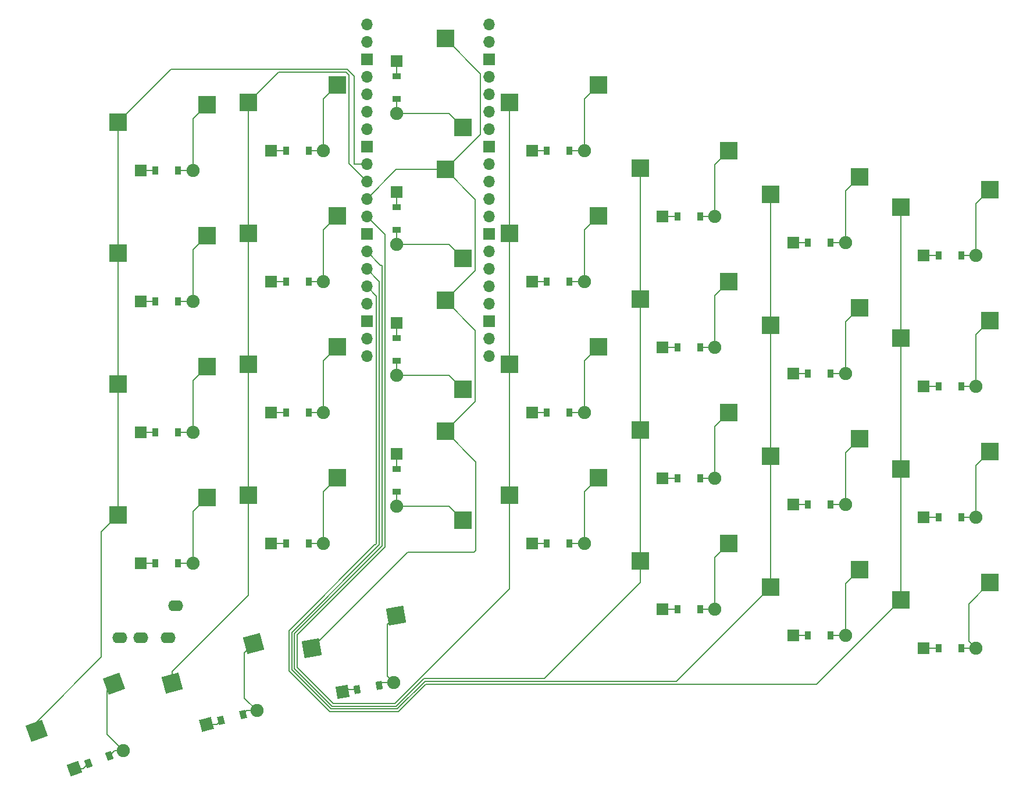
<source format=gbr>
%TF.GenerationSoftware,KiCad,Pcbnew,9.0.3-1.fc42*%
%TF.CreationDate,2025-08-21T15:19:56+02:00*%
%TF.ProjectId,right,72696768-742e-46b6-9963-61645f706362,v1.0.0*%
%TF.SameCoordinates,Original*%
%TF.FileFunction,Copper,L2,Bot*%
%TF.FilePolarity,Positive*%
%FSLAX46Y46*%
G04 Gerber Fmt 4.6, Leading zero omitted, Abs format (unit mm)*
G04 Created by KiCad (PCBNEW 9.0.3-1.fc42) date 2025-08-21 15:19:56*
%MOMM*%
%LPD*%
G01*
G04 APERTURE LIST*
G04 Aperture macros list*
%AMRotRect*
0 Rectangle, with rotation*
0 The origin of the aperture is its center*
0 $1 length*
0 $2 width*
0 $3 Rotation angle, in degrees counterclockwise*
0 Add horizontal line*
21,1,$1,$2,0,0,$3*%
G04 Aperture macros list end*
%TA.AperFunction,ComponentPad*%
%ADD10R,1.778000X1.778000*%
%TD*%
%TA.AperFunction,SMDPad,CuDef*%
%ADD11R,0.900000X1.200000*%
%TD*%
%TA.AperFunction,ComponentPad*%
%ADD12C,1.905000*%
%TD*%
%TA.AperFunction,SMDPad,CuDef*%
%ADD13R,2.500000X2.550000*%
%TD*%
%TA.AperFunction,ComponentPad*%
%ADD14RotRect,1.778000X1.778000X10.000000*%
%TD*%
%TA.AperFunction,SMDPad,CuDef*%
%ADD15RotRect,0.900000X1.200000X10.000000*%
%TD*%
%TA.AperFunction,SMDPad,CuDef*%
%ADD16R,2.550000X2.500000*%
%TD*%
%TA.AperFunction,SMDPad,CuDef*%
%ADD17RotRect,2.550000X2.500000X10.000000*%
%TD*%
%TA.AperFunction,ComponentPad*%
%ADD18RotRect,1.778000X1.778000X15.000000*%
%TD*%
%TA.AperFunction,SMDPad,CuDef*%
%ADD19RotRect,0.900000X1.200000X15.000000*%
%TD*%
%TA.AperFunction,SMDPad,CuDef*%
%ADD20R,1.200000X0.900000*%
%TD*%
%TA.AperFunction,SMDPad,CuDef*%
%ADD21RotRect,2.550000X2.500000X20.000000*%
%TD*%
%TA.AperFunction,SMDPad,CuDef*%
%ADD22RotRect,2.550000X2.500000X15.000000*%
%TD*%
%TA.AperFunction,ComponentPad*%
%ADD23RotRect,1.778000X1.778000X20.000000*%
%TD*%
%TA.AperFunction,SMDPad,CuDef*%
%ADD24RotRect,0.900000X1.200000X20.000000*%
%TD*%
%TA.AperFunction,ComponentPad*%
%ADD25O,1.700000X1.700000*%
%TD*%
%TA.AperFunction,ComponentPad*%
%ADD26R,1.700000X1.700000*%
%TD*%
%TA.AperFunction,ComponentPad*%
%ADD27O,2.200000X1.600000*%
%TD*%
%TA.AperFunction,Conductor*%
%ADD28C,0.200000*%
%TD*%
G04 APERTURE END LIST*
D10*
%TO.P,D17,1*%
%TO.N,GP17*%
X277190000Y-189260000D03*
D11*
X279350000Y-189260000D03*
%TO.P,D17,2*%
%TO.N,mirror_index_bottom*%
X282650000Y-189260000D03*
D12*
X284810000Y-189260000D03*
%TD*%
D13*
%TO.P,S28,1*%
%TO.N,GP8*%
X302540000Y-172912500D03*
%TO.P,S28,2*%
%TO.N,mirror_middle_bottom*%
X305080000Y-185839500D03*
%TD*%
D14*
%TO.P,D25,1*%
%TO.N,GP16*%
X287554297Y-210808235D03*
D15*
X289681484Y-210433154D03*
%TO.P,D25,2*%
%TO.N,mirror_tuck_only*%
X292931350Y-209860116D03*
D12*
X295058537Y-209485035D03*
%TD*%
D16*
%TO.P,S9,1*%
%TO.N,GP10*%
X330915000Y-191745000D03*
%TO.P,S9,2*%
%TO.N,mirror_pinky_bottom*%
X343842000Y-189205000D03*
%TD*%
D17*
%TO.P,S25,1*%
%TO.N,GP8*%
X283106571Y-204443886D03*
%TO.P,S25,2*%
%TO.N,mirror_tuck_only*%
X295396114Y-199697724D03*
%TD*%
D18*
%TO.P,D26,1*%
%TO.N,GP16*%
X267806266Y-215526719D03*
D19*
X269892665Y-214967667D03*
%TO.P,D26,2*%
%TO.N,mirror_center_only*%
X273080221Y-214113567D03*
D12*
X275166620Y-213554515D03*
%TD*%
D10*
%TO.P,D24,1*%
%TO.N,GP20*%
X258190000Y-134967500D03*
D11*
X260350000Y-134967500D03*
%TO.P,D24,2*%
%TO.N,mirror_inner_num*%
X263650000Y-134967500D03*
D12*
X265810000Y-134967500D03*
%TD*%
D10*
%TO.P,D9,1*%
%TO.N,GP17*%
X334190000Y-198785000D03*
D11*
X336350000Y-198785000D03*
%TO.P,D9,2*%
%TO.N,mirror_pinky_bottom*%
X339650000Y-198785000D03*
D12*
X341810000Y-198785000D03*
%TD*%
D10*
%TO.P,D11,1*%
%TO.N,GP19*%
X334190000Y-160685000D03*
D11*
X336350000Y-160685000D03*
%TO.P,D11,2*%
%TO.N,mirror_pinky_top*%
X339650000Y-160685000D03*
D12*
X341810000Y-160685000D03*
%TD*%
D10*
%TO.P,D2,1*%
%TO.N,GP18*%
X372190000Y-185450000D03*
D11*
X374350000Y-185450000D03*
%TO.P,D2,2*%
%TO.N,mirror_reachy_home*%
X377650000Y-185450000D03*
D12*
X379810000Y-185450000D03*
%TD*%
D10*
%TO.P,D23,1*%
%TO.N,GP19*%
X258190000Y-154017500D03*
D11*
X260350000Y-154017500D03*
%TO.P,D23,2*%
%TO.N,mirror_inner_top*%
X263650000Y-154017500D03*
D12*
X265810000Y-154017500D03*
%TD*%
D16*
%TO.P,S15,1*%
%TO.N,GP9*%
X311915000Y-144120000D03*
%TO.P,S15,2*%
%TO.N,mirror_ring_top*%
X324842000Y-141580000D03*
%TD*%
%TO.P,S7,1*%
%TO.N,GP11*%
X349915000Y-157455000D03*
%TO.P,S7,2*%
%TO.N,mirror_outer_top*%
X362842000Y-154915000D03*
%TD*%
D10*
%TO.P,D28,1*%
%TO.N,GP17*%
X295500000Y-176187500D03*
D20*
X295500000Y-178347500D03*
%TO.P,D28,2*%
%TO.N,mirror_middle_bottom*%
X295500000Y-181647500D03*
D12*
X295500000Y-183807500D03*
%TD*%
D10*
%TO.P,D6,1*%
%TO.N,GP18*%
X353190000Y-183545000D03*
D11*
X355350000Y-183545000D03*
%TO.P,D6,2*%
%TO.N,mirror_outer_home*%
X358650000Y-183545000D03*
D12*
X360810000Y-183545000D03*
%TD*%
D16*
%TO.P,S24,1*%
%TO.N,GP6*%
X254915000Y-127927500D03*
%TO.P,S24,2*%
%TO.N,mirror_inner_num*%
X267842000Y-125387500D03*
%TD*%
%TO.P,S16,1*%
%TO.N,GP9*%
X311915000Y-125070000D03*
%TO.P,S16,2*%
%TO.N,mirror_ring_num*%
X324842000Y-122530000D03*
%TD*%
%TO.P,S23,1*%
%TO.N,GP6*%
X254915000Y-146977500D03*
%TO.P,S23,2*%
%TO.N,mirror_inner_top*%
X267842000Y-144437500D03*
%TD*%
D10*
%TO.P,D30,1*%
%TO.N,GP19*%
X295500000Y-138087500D03*
D20*
X295500000Y-140247500D03*
%TO.P,D30,2*%
%TO.N,mirror_middle_top*%
X295500000Y-143547500D03*
D12*
X295500000Y-145707500D03*
%TD*%
D16*
%TO.P,S2,1*%
%TO.N,GP12*%
X368915000Y-178410000D03*
%TO.P,S2,2*%
%TO.N,mirror_reachy_home*%
X381842000Y-175870000D03*
%TD*%
D10*
%TO.P,D8,1*%
%TO.N,GP20*%
X353190000Y-145445000D03*
D11*
X355350000Y-145445000D03*
%TO.P,D8,2*%
%TO.N,mirror_outer_num*%
X358650000Y-145445000D03*
D12*
X360810000Y-145445000D03*
%TD*%
D16*
%TO.P,S14,1*%
%TO.N,GP9*%
X311915000Y-163170000D03*
%TO.P,S14,2*%
%TO.N,mirror_ring_home*%
X324842000Y-160630000D03*
%TD*%
D10*
%TO.P,D3,1*%
%TO.N,GP19*%
X372190000Y-166400000D03*
D11*
X374350000Y-166400000D03*
%TO.P,D3,2*%
%TO.N,mirror_reachy_top*%
X377650000Y-166400000D03*
D12*
X379810000Y-166400000D03*
%TD*%
D16*
%TO.P,S1,1*%
%TO.N,GP12*%
X368915000Y-197460000D03*
%TO.P,S1,2*%
%TO.N,mirror_reachy_bottom*%
X381842000Y-194920000D03*
%TD*%
D10*
%TO.P,D22,1*%
%TO.N,GP18*%
X258190000Y-173067500D03*
D11*
X260350000Y-173067500D03*
%TO.P,D22,2*%
%TO.N,mirror_inner_home*%
X263650000Y-173067500D03*
D12*
X265810000Y-173067500D03*
%TD*%
D10*
%TO.P,D31,1*%
%TO.N,GP20*%
X295500000Y-119037500D03*
D20*
X295500000Y-121197500D03*
%TO.P,D31,2*%
%TO.N,mirror_middle_num*%
X295500000Y-124497500D03*
D12*
X295500000Y-126657500D03*
%TD*%
D10*
%TO.P,D20,1*%
%TO.N,GP20*%
X277190000Y-132110000D03*
D11*
X279350000Y-132110000D03*
%TO.P,D20,2*%
%TO.N,mirror_index_num*%
X282650000Y-132110000D03*
D12*
X284810000Y-132110000D03*
%TD*%
D16*
%TO.P,S18,1*%
%TO.N,GP7*%
X273915000Y-163170000D03*
%TO.P,S18,2*%
%TO.N,mirror_index_home*%
X286842000Y-160630000D03*
%TD*%
%TO.P,S13,1*%
%TO.N,GP9*%
X311915000Y-182220000D03*
%TO.P,S13,2*%
%TO.N,mirror_ring_bottom*%
X324842000Y-179680000D03*
%TD*%
%TO.P,S5,1*%
%TO.N,GP11*%
X349915000Y-195555000D03*
%TO.P,S5,2*%
%TO.N,mirror_outer_bottom*%
X362842000Y-193015000D03*
%TD*%
D10*
%TO.P,D10,1*%
%TO.N,GP18*%
X334190000Y-179735000D03*
D11*
X336350000Y-179735000D03*
%TO.P,D10,2*%
%TO.N,mirror_pinky_home*%
X339650000Y-179735000D03*
D12*
X341810000Y-179735000D03*
%TD*%
D16*
%TO.P,S20,1*%
%TO.N,GP7*%
X273915000Y-125070000D03*
%TO.P,S20,2*%
%TO.N,mirror_index_num*%
X286842000Y-122530000D03*
%TD*%
D13*
%TO.P,S31,1*%
%TO.N,GP8*%
X302540000Y-115762500D03*
%TO.P,S31,2*%
%TO.N,mirror_middle_num*%
X305080000Y-128689500D03*
%TD*%
D10*
%TO.P,D29,1*%
%TO.N,GP18*%
X295500000Y-157137500D03*
D20*
X295500000Y-159297500D03*
%TO.P,D29,2*%
%TO.N,mirror_middle_home*%
X295500000Y-162597500D03*
D12*
X295500000Y-164757500D03*
%TD*%
D21*
%TO.P,S27,1*%
%TO.N,GP6*%
X243059309Y-216453080D03*
%TO.P,S27,2*%
%TO.N,mirror_reach_only*%
X254337983Y-209644967D03*
%TD*%
D10*
%TO.P,D13,1*%
%TO.N,GP17*%
X315190000Y-189260000D03*
D11*
X317350000Y-189260000D03*
%TO.P,D13,2*%
%TO.N,mirror_ring_bottom*%
X320650000Y-189260000D03*
D12*
X322810000Y-189260000D03*
%TD*%
D16*
%TO.P,S3,1*%
%TO.N,GP12*%
X368915000Y-159360000D03*
%TO.P,S3,2*%
%TO.N,mirror_reachy_top*%
X381842000Y-156820000D03*
%TD*%
%TO.P,S11,1*%
%TO.N,GP10*%
X330915000Y-153645000D03*
%TO.P,S11,2*%
%TO.N,mirror_pinky_top*%
X343842000Y-151105000D03*
%TD*%
%TO.P,S10,1*%
%TO.N,GP10*%
X330915000Y-172695000D03*
%TO.P,S10,2*%
%TO.N,mirror_pinky_home*%
X343842000Y-170155000D03*
%TD*%
D10*
%TO.P,D18,1*%
%TO.N,GP18*%
X277190000Y-170210000D03*
D11*
X279350000Y-170210000D03*
%TO.P,D18,2*%
%TO.N,mirror_index_home*%
X282650000Y-170210000D03*
D12*
X284810000Y-170210000D03*
%TD*%
D16*
%TO.P,S21,1*%
%TO.N,GP6*%
X254915000Y-185077500D03*
%TO.P,S21,2*%
%TO.N,mirror_inner_bottom*%
X267842000Y-182537500D03*
%TD*%
D13*
%TO.P,S30,1*%
%TO.N,GP8*%
X302540000Y-134812500D03*
%TO.P,S30,2*%
%TO.N,mirror_middle_top*%
X305080000Y-147739500D03*
%TD*%
D16*
%TO.P,S22,1*%
%TO.N,GP6*%
X254915000Y-166027500D03*
%TO.P,S22,2*%
%TO.N,mirror_inner_home*%
X267842000Y-163487500D03*
%TD*%
D10*
%TO.P,D12,1*%
%TO.N,GP20*%
X334190000Y-141635000D03*
D11*
X336350000Y-141635000D03*
%TO.P,D12,2*%
%TO.N,mirror_pinky_num*%
X339650000Y-141635000D03*
D12*
X341810000Y-141635000D03*
%TD*%
D10*
%TO.P,D21,1*%
%TO.N,GP17*%
X258190000Y-192117500D03*
D11*
X260350000Y-192117500D03*
%TO.P,D21,2*%
%TO.N,mirror_inner_bottom*%
X263650000Y-192117500D03*
D12*
X265810000Y-192117500D03*
%TD*%
D10*
%TO.P,D14,1*%
%TO.N,GP18*%
X315190000Y-170210000D03*
D11*
X317350000Y-170210000D03*
%TO.P,D14,2*%
%TO.N,mirror_ring_home*%
X320650000Y-170210000D03*
D12*
X322810000Y-170210000D03*
%TD*%
D22*
%TO.P,S26,1*%
%TO.N,GP7*%
X262820773Y-209574232D03*
%TO.P,S26,2*%
%TO.N,mirror_center_only*%
X274649896Y-203775027D03*
%TD*%
D10*
%TO.P,D19,1*%
%TO.N,GP19*%
X277190000Y-151160000D03*
D11*
X279350000Y-151160000D03*
%TO.P,D19,2*%
%TO.N,mirror_index_top*%
X282650000Y-151160000D03*
D12*
X284810000Y-151160000D03*
%TD*%
D10*
%TO.P,D7,1*%
%TO.N,GP19*%
X353190000Y-164495000D03*
D11*
X355350000Y-164495000D03*
%TO.P,D7,2*%
%TO.N,mirror_outer_top*%
X358650000Y-164495000D03*
D12*
X360810000Y-164495000D03*
%TD*%
D16*
%TO.P,S17,1*%
%TO.N,GP7*%
X273915000Y-182220000D03*
%TO.P,S17,2*%
%TO.N,mirror_index_bottom*%
X286842000Y-179680000D03*
%TD*%
D10*
%TO.P,D5,1*%
%TO.N,GP17*%
X353190000Y-202595000D03*
D11*
X355350000Y-202595000D03*
%TO.P,D5,2*%
%TO.N,mirror_outer_bottom*%
X358650000Y-202595000D03*
D12*
X360810000Y-202595000D03*
%TD*%
D16*
%TO.P,S12,1*%
%TO.N,GP10*%
X330915000Y-134595000D03*
%TO.P,S12,2*%
%TO.N,mirror_pinky_num*%
X343842000Y-132055000D03*
%TD*%
%TO.P,S19,1*%
%TO.N,GP7*%
X273915000Y-144120000D03*
%TO.P,S19,2*%
%TO.N,mirror_index_top*%
X286842000Y-141580000D03*
%TD*%
D10*
%TO.P,D15,1*%
%TO.N,GP19*%
X315190000Y-151160000D03*
D11*
X317350000Y-151160000D03*
%TO.P,D15,2*%
%TO.N,mirror_ring_top*%
X320650000Y-151160000D03*
D12*
X322810000Y-151160000D03*
%TD*%
D10*
%TO.P,D1,1*%
%TO.N,GP17*%
X372190000Y-204500000D03*
D11*
X374350000Y-204500000D03*
%TO.P,D1,2*%
%TO.N,mirror_reachy_bottom*%
X377650000Y-204500000D03*
D12*
X379810000Y-204500000D03*
%TD*%
D10*
%TO.P,D4,1*%
%TO.N,GP20*%
X372190000Y-147350000D03*
D11*
X374350000Y-147350000D03*
%TO.P,D4,2*%
%TO.N,mirror_reachy_num*%
X377650000Y-147350000D03*
D12*
X379810000Y-147350000D03*
%TD*%
D16*
%TO.P,S6,1*%
%TO.N,GP11*%
X349915000Y-176505000D03*
%TO.P,S6,2*%
%TO.N,mirror_outer_home*%
X362842000Y-173965000D03*
%TD*%
D13*
%TO.P,S29,1*%
%TO.N,GP8*%
X302540000Y-153862500D03*
%TO.P,S29,2*%
%TO.N,mirror_middle_home*%
X305080000Y-166789500D03*
%TD*%
D23*
%TO.P,D27,1*%
%TO.N,GP16*%
X248544623Y-221948401D03*
D24*
X250574359Y-221209637D03*
%TO.P,D27,2*%
%TO.N,mirror_reach_only*%
X253675345Y-220080971D03*
D12*
X255705081Y-219342207D03*
%TD*%
D25*
%TO.P,_1,1*%
%TO.N,GP0*%
X291110000Y-113717500D03*
%TO.P,_1,2*%
%TO.N,GP1*%
X291110000Y-116257500D03*
D26*
%TO.P,_1,3*%
%TO.N,GND*%
X291110000Y-118797500D03*
D25*
%TO.P,_1,4*%
%TO.N,GP2*%
X291110000Y-121337500D03*
%TO.P,_1,5*%
%TO.N,GP3*%
X291110000Y-123877500D03*
%TO.P,_1,6*%
%TO.N,GP4*%
X291110000Y-126417500D03*
%TO.P,_1,7*%
%TO.N,GP5*%
X291110000Y-128957500D03*
D26*
%TO.P,_1,8*%
%TO.N,GND*%
X291110000Y-131497500D03*
D25*
%TO.P,_1,9*%
%TO.N,GP6*%
X291110000Y-134037500D03*
%TO.P,_1,10*%
%TO.N,GP7*%
X291110000Y-136577500D03*
%TO.P,_1,11*%
%TO.N,GP8*%
X291110000Y-139117500D03*
%TO.P,_1,12*%
%TO.N,GP9*%
X291110000Y-141657500D03*
D26*
%TO.P,_1,13*%
%TO.N,GND*%
X291110000Y-144197500D03*
D25*
%TO.P,_1,14*%
%TO.N,GP10*%
X291110000Y-146737500D03*
%TO.P,_1,15*%
%TO.N,GP11*%
X291110000Y-149277500D03*
%TO.P,_1,16*%
%TO.N,GP12*%
X291110000Y-151817500D03*
%TO.P,_1,17*%
%TO.N,GP13*%
X291110000Y-154357500D03*
D26*
%TO.P,_1,18*%
%TO.N,GND*%
X291110000Y-156897500D03*
D25*
%TO.P,_1,19*%
%TO.N,GP14*%
X291110000Y-159437500D03*
%TO.P,_1,20*%
%TO.N,GP15*%
X291110000Y-161977500D03*
%TO.P,_1,21*%
%TO.N,GP16*%
X308890000Y-161977500D03*
%TO.P,_1,22*%
%TO.N,GP17*%
X308890000Y-159437500D03*
D26*
%TO.P,_1,23*%
%TO.N,GND*%
X308890000Y-156897500D03*
D25*
%TO.P,_1,24*%
%TO.N,GP18*%
X308890000Y-154357500D03*
%TO.P,_1,25*%
%TO.N,GP19*%
X308890000Y-151817500D03*
%TO.P,_1,26*%
%TO.N,GP20*%
X308890000Y-149277500D03*
%TO.P,_1,27*%
%TO.N,GP21*%
X308890000Y-146737500D03*
D26*
%TO.P,_1,28*%
%TO.N,GND*%
X308890000Y-144197500D03*
D25*
%TO.P,_1,29*%
%TO.N,GP22*%
X308890000Y-141657500D03*
%TO.P,_1,30*%
%TO.N,RUN*%
X308890000Y-139117500D03*
%TO.P,_1,31*%
%TO.N,GP26*%
X308890000Y-136577500D03*
%TO.P,_1,32*%
%TO.N,GP27*%
X308890000Y-134037500D03*
D26*
%TO.P,_1,33*%
%TO.N,AGND*%
X308890000Y-131497500D03*
D25*
%TO.P,_1,34*%
%TO.N,GP28*%
X308890000Y-128957500D03*
%TO.P,_1,35*%
%TO.N,ADC_VREF*%
X308890000Y-126417500D03*
%TO.P,_1,36*%
%TO.N,3V3*%
X308890000Y-123877500D03*
%TO.P,_1,37*%
%TO.N,3V3_EN*%
X308890000Y-121337500D03*
D26*
%TO.P,_1,38*%
%TO.N,GND*%
X308890000Y-118797500D03*
D25*
%TO.P,_1,39*%
%TO.N,VSYS*%
X308890000Y-116257500D03*
%TO.P,_1,40*%
%TO.N,VBUS*%
X308890000Y-113717500D03*
%TD*%
D10*
%TO.P,D16,1*%
%TO.N,GP20*%
X315190000Y-132110000D03*
D11*
X317350000Y-132110000D03*
%TO.P,D16,2*%
%TO.N,mirror_ring_num*%
X320650000Y-132110000D03*
D12*
X322810000Y-132110000D03*
%TD*%
D16*
%TO.P,S8,1*%
%TO.N,GP11*%
X349915000Y-138405000D03*
%TO.P,S8,2*%
%TO.N,mirror_outer_num*%
X362842000Y-135865000D03*
%TD*%
%TO.P,S4,1*%
%TO.N,GP12*%
X368915000Y-140310000D03*
%TO.P,S4,2*%
%TO.N,mirror_reachy_num*%
X381842000Y-137770000D03*
%TD*%
D27*
%TO.P,TRRS1,2*%
%TO.N,GND*%
X255200000Y-202917500D03*
%TO.P,TRRS1,3*%
%TO.N,GP1*%
X258200000Y-202917500D03*
%TO.P,TRRS1,4*%
%TO.N,3V3*%
X262200000Y-202917500D03*
%TO.P,TRRS1,5*%
%TO.N,GP0*%
X263300000Y-198317500D03*
%TD*%
D28*
%TO.N,GP12*%
X279797000Y-201885900D02*
X292283550Y-189399350D01*
X310500000Y-209750000D02*
X310250000Y-209750000D01*
X368915000Y-140310000D02*
X368915000Y-197460000D01*
X316750000Y-209750000D02*
X314500000Y-209750000D01*
X314000000Y-209750000D02*
X310500000Y-209750000D01*
X368915000Y-197460000D02*
X356625000Y-209750000D01*
X295748300Y-213703000D02*
X285751700Y-213703000D01*
X310250000Y-209750000D02*
X299701300Y-209750000D01*
X279797000Y-207748300D02*
X279797000Y-201885900D01*
X314500000Y-209750000D02*
X314000000Y-209750000D01*
X356625000Y-209750000D02*
X316750000Y-209750000D01*
X292283550Y-189399350D02*
X292399350Y-189399350D01*
X292547000Y-189251700D02*
X292547000Y-153254500D01*
X292399350Y-189399350D02*
X292547000Y-189251700D01*
X292547000Y-153254500D02*
X291110000Y-151817500D01*
X285751700Y-213703000D02*
X279797000Y-207748300D01*
X310250000Y-209750000D02*
X316750000Y-209750000D01*
X299701300Y-209750000D02*
X295748300Y-213703000D01*
X314500000Y-209750000D02*
X310500000Y-209750000D01*
%TO.N,mirror_reachy_bottom*%
X381842000Y-194920000D02*
X378762000Y-198000000D01*
X378762000Y-203452000D02*
X379810000Y-204500000D01*
X379810000Y-204500000D02*
X377650000Y-204500000D01*
X378762000Y-198000000D02*
X378762000Y-203452000D01*
%TO.N,mirror_reachy_home*%
X381842000Y-175870000D02*
X379810000Y-177902000D01*
X379810000Y-177902000D02*
X379810000Y-185450000D01*
X377650000Y-185450000D02*
X379810000Y-185450000D01*
%TO.N,mirror_reachy_top*%
X381842000Y-156820000D02*
X379810000Y-158852000D01*
X379810000Y-158852000D02*
X379810000Y-166400000D01*
X379810000Y-166400000D02*
X377650000Y-166400000D01*
%TO.N,mirror_reachy_num*%
X381842000Y-137770000D02*
X379810000Y-139802000D01*
X379810000Y-139802000D02*
X379810000Y-147350000D01*
X377650000Y-147350000D02*
X379810000Y-147350000D01*
%TO.N,GP11*%
X299634200Y-209250000D02*
X311500000Y-209250000D01*
X280198000Y-202167800D02*
X280198000Y-207582200D01*
X349915000Y-195555000D02*
X336220000Y-209250000D01*
X311500000Y-209250000D02*
X315500000Y-209250000D01*
X315500000Y-209250000D02*
X314250000Y-209250000D01*
X314250000Y-209250000D02*
X311500000Y-209250000D01*
X291110000Y-149277500D02*
X292948000Y-151115500D01*
X336220000Y-209250000D02*
X315500000Y-209250000D01*
X292948000Y-189417800D02*
X280198000Y-202167800D01*
X292948000Y-151115500D02*
X292948000Y-189417800D01*
X295582200Y-213302000D02*
X299634200Y-209250000D01*
X280198000Y-207582200D02*
X285917800Y-213302000D01*
X285917800Y-213302000D02*
X295582200Y-213302000D01*
X349915000Y-138405000D02*
X349915000Y-195555000D01*
%TO.N,mirror_outer_bottom*%
X360810000Y-195047000D02*
X360810000Y-202595000D01*
X360810000Y-202595000D02*
X358650000Y-202595000D01*
X362842000Y-193015000D02*
X360810000Y-195047000D01*
%TO.N,mirror_outer_home*%
X358650000Y-183545000D02*
X360810000Y-183545000D01*
X362842000Y-173965000D02*
X360810000Y-175997000D01*
X360810000Y-175997000D02*
X360810000Y-183545000D01*
%TO.N,mirror_outer_top*%
X360810000Y-164495000D02*
X358650000Y-164495000D01*
X362842000Y-154915000D02*
X360810000Y-156947000D01*
X360810000Y-156947000D02*
X360810000Y-164495000D01*
%TO.N,mirror_outer_num*%
X362842000Y-135865000D02*
X360810000Y-137897000D01*
X360810000Y-137897000D02*
X360810000Y-145445000D01*
X358650000Y-145445000D02*
X360810000Y-145445000D01*
%TO.N,GP10*%
X313500000Y-208849000D02*
X311250000Y-208849000D01*
X330915000Y-194934000D02*
X317000000Y-208849000D01*
X330915000Y-134595000D02*
X330915000Y-191745000D01*
X295416100Y-212901000D02*
X286083900Y-212901000D01*
X293349000Y-148750000D02*
X293122500Y-148750000D01*
X311250000Y-208849000D02*
X299468100Y-208849000D01*
X315750000Y-208849000D02*
X311250000Y-208849000D01*
X293349000Y-189583900D02*
X293349000Y-148750000D01*
X315750000Y-208849000D02*
X313500000Y-208849000D01*
X280599000Y-202333900D02*
X293349000Y-189583900D01*
X286083900Y-212901000D02*
X280599000Y-207416100D01*
X299468100Y-208849000D02*
X295416100Y-212901000D01*
X330915000Y-191745000D02*
X330915000Y-194934000D01*
X293122500Y-148750000D02*
X291110000Y-146737500D01*
X317000000Y-208849000D02*
X315750000Y-208849000D01*
X280599000Y-207416100D02*
X280599000Y-202333900D01*
%TO.N,mirror_pinky_bottom*%
X343842000Y-189205000D02*
X341810000Y-191237000D01*
X341810000Y-191237000D02*
X341810000Y-198785000D01*
X341810000Y-198785000D02*
X339650000Y-198785000D01*
%TO.N,mirror_pinky_home*%
X341810000Y-179735000D02*
X339650000Y-179735000D01*
X343842000Y-170155000D02*
X341810000Y-172187000D01*
X341810000Y-172187000D02*
X341810000Y-179735000D01*
%TO.N,mirror_pinky_top*%
X341810000Y-160685000D02*
X339650000Y-160685000D01*
X343842000Y-151105000D02*
X341810000Y-153137000D01*
X341810000Y-153137000D02*
X341810000Y-160685000D01*
%TO.N,mirror_pinky_num*%
X343842000Y-132055000D02*
X341810000Y-134087000D01*
X341810000Y-141635000D02*
X339650000Y-141635000D01*
X341810000Y-134087000D02*
X341810000Y-141635000D01*
%TO.N,GP9*%
X295250000Y-212500000D02*
X286250000Y-212500000D01*
X311915000Y-195835000D02*
X295250000Y-212500000D01*
X293750000Y-144297500D02*
X291110000Y-141657500D01*
X311915000Y-182220000D02*
X311915000Y-195835000D01*
X286250000Y-212500000D02*
X281000000Y-207250000D01*
X281000000Y-207250000D02*
X281000000Y-202500000D01*
X281000000Y-202500000D02*
X293750000Y-189750000D01*
X311915000Y-125070000D02*
X311915000Y-182220000D01*
X293750000Y-189750000D02*
X293750000Y-144297500D01*
%TO.N,mirror_ring_bottom*%
X322810000Y-189260000D02*
X320650000Y-189260000D01*
X324842000Y-179680000D02*
X322810000Y-181712000D01*
X322810000Y-181712000D02*
X322810000Y-189260000D01*
%TO.N,mirror_ring_home*%
X322810000Y-162662000D02*
X322810000Y-170210000D01*
X320650000Y-170210000D02*
X322810000Y-170210000D01*
X324842000Y-160630000D02*
X322810000Y-162662000D01*
%TO.N,mirror_ring_top*%
X322810000Y-151160000D02*
X320650000Y-151160000D01*
X324842000Y-141580000D02*
X322810000Y-143612000D01*
X322810000Y-143612000D02*
X322810000Y-151160000D01*
%TO.N,mirror_ring_num*%
X324842000Y-122530000D02*
X322810000Y-124562000D01*
X322810000Y-132110000D02*
X320650000Y-132110000D01*
X322810000Y-124562000D02*
X322810000Y-132110000D01*
%TO.N,GP7*%
X273915000Y-196733464D02*
X262820773Y-207827691D01*
X288500000Y-133967500D02*
X291110000Y-136577500D01*
X273915000Y-125070000D02*
X278306000Y-120679000D01*
X278306000Y-120679000D02*
X288118000Y-120679000D01*
X288118000Y-120679000D02*
X288500000Y-121061000D01*
X273915000Y-182220000D02*
X273915000Y-196733464D01*
X273915000Y-125070000D02*
X273915000Y-182220000D01*
X288500000Y-121061000D02*
X288500000Y-133967500D01*
X262820773Y-207827691D02*
X262820773Y-209574232D01*
%TO.N,mirror_index_bottom*%
X286842000Y-179680000D02*
X284810000Y-181712000D01*
X284810000Y-189260000D02*
X282650000Y-189260000D01*
X284810000Y-181712000D02*
X284810000Y-189260000D01*
%TO.N,mirror_index_home*%
X286842000Y-160630000D02*
X284810000Y-162662000D01*
X284810000Y-162662000D02*
X284810000Y-170210000D01*
X284810000Y-170210000D02*
X282650000Y-170210000D01*
%TO.N,mirror_index_top*%
X286842000Y-141580000D02*
X284810000Y-143612000D01*
X284810000Y-143612000D02*
X284810000Y-151160000D01*
X282650000Y-151160000D02*
X284810000Y-151160000D01*
%TO.N,mirror_index_num*%
X284810000Y-132110000D02*
X282650000Y-132110000D01*
X284810000Y-124562000D02*
X284810000Y-132110000D01*
X286842000Y-122530000D02*
X284810000Y-124562000D01*
%TO.N,GP6*%
X254915000Y-127927500D02*
X254915000Y-185077500D01*
X289250000Y-121243900D02*
X289250000Y-134000000D01*
X288256100Y-120250000D02*
X289250000Y-121243900D01*
X252500000Y-205750000D02*
X243059308Y-215190692D01*
X289250000Y-134000000D02*
X289287500Y-134037500D01*
X243059308Y-215190692D02*
X243059308Y-216453080D01*
X252500000Y-187492500D02*
X252500000Y-205750000D01*
X254915000Y-127927500D02*
X262592500Y-120250000D01*
X289287500Y-134037500D02*
X291110000Y-134037500D01*
X254915000Y-185077500D02*
X252500000Y-187492500D01*
X262592500Y-120250000D02*
X288256100Y-120250000D01*
%TO.N,mirror_inner_bottom*%
X265810000Y-192117500D02*
X263650000Y-192117500D01*
X265810000Y-184569500D02*
X265810000Y-192117500D01*
X267842000Y-182537500D02*
X265810000Y-184569500D01*
%TO.N,mirror_inner_home*%
X265810000Y-173067500D02*
X263650000Y-173067500D01*
X265810000Y-165519500D02*
X265810000Y-173067500D01*
X267842000Y-163487500D02*
X265810000Y-165519500D01*
%TO.N,mirror_inner_top*%
X265810000Y-146469500D02*
X265810000Y-154017500D01*
X263650000Y-154017500D02*
X265810000Y-154017500D01*
X267842000Y-144437500D02*
X265810000Y-146469500D01*
%TO.N,mirror_inner_num*%
X265810000Y-127419500D02*
X265810000Y-134967500D01*
X267842000Y-125387500D02*
X265810000Y-127419500D01*
X265810000Y-134967500D02*
X263650000Y-134967500D01*
%TO.N,GP8*%
X307648500Y-129704000D02*
X302540000Y-134812500D01*
X302540000Y-134812500D02*
X306931000Y-139203500D01*
X302540000Y-115762500D02*
X307648500Y-120871000D01*
X302540000Y-153862500D02*
X306931000Y-158253500D01*
X307648500Y-120871000D02*
X307648500Y-129704000D01*
X302540000Y-134812500D02*
X295415000Y-134812500D01*
X307000000Y-177372500D02*
X307000000Y-190250000D01*
X306931000Y-139203500D02*
X306931000Y-149471500D01*
X306931000Y-168521500D02*
X302540000Y-172912500D01*
X295415000Y-134812500D02*
X291110000Y-139117500D01*
X307000000Y-190250000D02*
X306750000Y-190500000D01*
X306750000Y-190500000D02*
X297050457Y-190500000D01*
X297050457Y-190500000D02*
X283106571Y-204443886D01*
X306931000Y-149471500D02*
X302540000Y-153862500D01*
X302540000Y-172912500D02*
X307000000Y-177372500D01*
X306931000Y-158253500D02*
X306931000Y-168521500D01*
%TO.N,mirror_tuck_only*%
X295396114Y-199697724D02*
X294106035Y-200987803D01*
X293306431Y-209485035D02*
X292931350Y-209860116D01*
X294106035Y-208532535D02*
X295058535Y-209485035D01*
X294106035Y-200987803D02*
X294106035Y-208532535D01*
X295058535Y-209485035D02*
X293306431Y-209485035D01*
%TO.N,mirror_center_only*%
X273639271Y-213554516D02*
X273080221Y-214113566D01*
X273311409Y-211699305D02*
X275166620Y-213554516D01*
X274649896Y-203775027D02*
X273311409Y-205113514D01*
X275166620Y-213554516D02*
X273639271Y-213554516D01*
X273311409Y-205113514D02*
X273311409Y-211699305D01*
%TO.N,mirror_reach_only*%
X253343220Y-216980346D02*
X255705081Y-219342207D01*
X254337983Y-209644967D02*
X253343220Y-210639730D01*
X254414109Y-219342207D02*
X253675345Y-220080971D01*
X255705081Y-219342207D02*
X254414109Y-219342207D01*
X253343220Y-210639730D02*
X253343220Y-216980346D01*
%TO.N,mirror_middle_bottom*%
X295500000Y-181647500D02*
X295500000Y-183807500D01*
X303048000Y-183807500D02*
X295500000Y-183807500D01*
X305080000Y-185839500D02*
X303048000Y-183807500D01*
%TO.N,mirror_middle_home*%
X295500000Y-164757500D02*
X295500000Y-162597500D01*
X305080000Y-166789500D02*
X303048000Y-164757500D01*
X303048000Y-164757500D02*
X295500000Y-164757500D01*
%TO.N,mirror_middle_top*%
X303048000Y-145707500D02*
X295500000Y-145707500D01*
X295500000Y-143547500D02*
X295500000Y-145707500D01*
X305080000Y-147739500D02*
X303048000Y-145707500D01*
%TO.N,mirror_middle_num*%
X295500000Y-126657500D02*
X295500000Y-124497500D01*
X303048000Y-126657500D02*
X295500000Y-126657500D01*
X305080000Y-128689500D02*
X303048000Y-126657500D01*
%TO.N,GP17*%
X336350000Y-198785000D02*
X334190000Y-198785000D01*
X295500000Y-176187500D02*
X295500000Y-178347500D01*
X279350000Y-189260000D02*
X277190000Y-189260000D01*
X355350000Y-202595000D02*
X353190000Y-202595000D01*
X317350000Y-189260000D02*
X315190000Y-189260000D01*
X260350000Y-192117500D02*
X258190000Y-192117500D01*
X374350000Y-204500000D02*
X372190000Y-204500000D01*
%TO.N,GP18*%
X260350000Y-173067500D02*
X258190000Y-173067500D01*
X353190000Y-183545000D02*
X355350000Y-183545000D01*
X372190000Y-185450000D02*
X374350000Y-185450000D01*
X336350000Y-179735000D02*
X334190000Y-179735000D01*
X279350000Y-170210000D02*
X277190000Y-170210000D01*
X315190000Y-170210000D02*
X317350000Y-170210000D01*
X295500000Y-159297500D02*
X295500000Y-157137500D01*
%TO.N,GP19*%
X355350000Y-164495000D02*
X353190000Y-164495000D01*
X315190000Y-151160000D02*
X317350000Y-151160000D01*
X295500000Y-138087500D02*
X295500000Y-140247500D01*
X336350000Y-160685000D02*
X334190000Y-160685000D01*
X374350000Y-166400000D02*
X372190000Y-166400000D01*
X258190000Y-154017500D02*
X260350000Y-154017500D01*
X277190000Y-151160000D02*
X279350000Y-151160000D01*
%TO.N,GP20*%
X336350000Y-141635000D02*
X334190000Y-141635000D01*
X279350000Y-132110000D02*
X277190000Y-132110000D01*
X317350000Y-132110000D02*
X315190000Y-132110000D01*
X353190000Y-145445000D02*
X355350000Y-145445000D01*
X260350000Y-134967500D02*
X258190000Y-134967500D01*
X295500000Y-121197500D02*
X295500000Y-119037500D01*
X372190000Y-147350000D02*
X374350000Y-147350000D01*
%TO.N,GP16*%
X287929380Y-210433154D02*
X287554299Y-210808235D01*
X289681484Y-210433154D02*
X287929380Y-210433154D01*
X250574359Y-221209637D02*
X249835595Y-221948401D01*
X269892665Y-214967668D02*
X269333615Y-215526718D01*
X269333615Y-215526718D02*
X267806266Y-215526718D01*
X249835595Y-221948401D02*
X248544623Y-221948401D01*
%TD*%
M02*

</source>
